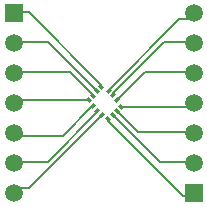
<source format=gtl>
G04 DipTrace 3.2.0.1*
G04 I2C_Breakout.gtl*
%MOIN*%
G04 #@! TF.FileFunction,Copper,L1,Top*
G04 #@! TF.Part,Single*
%AMOUTLINE0*
4,1,4,
-0.010092,0.003131,
-0.003131,0.010092,
0.010092,-0.003131,
0.003131,-0.010092,
-0.010092,0.003131,
0*%
%AMOUTLINE3*
4,1,4,
-0.003131,-0.010092,
-0.010092,-0.003131,
0.003131,0.010092,
0.010092,0.003131,
-0.003131,-0.010092,
0*%
G04 #@! TA.AperFunction,Conductor*
%ADD14C,0.006*%
G04 #@! TA.AperFunction,ComponentPad*
%ADD16R,0.059055X0.059055*%
%ADD17C,0.059055*%
%ADD30OUTLINE0*%
%ADD33OUTLINE3*%
%FSLAX26Y26*%
G04*
G70*
G90*
G75*
G01*
G04 Top*
%LPD*%
X785927Y846929D2*
D14*
Y855772D1*
X543701Y1097997D1*
X497997D1*
X493701Y1093701D1*
X772008Y833009D2*
X771189D1*
X606201Y997997D1*
X497997D1*
X493701Y993701D1*
X758088Y819089D2*
Y821110D1*
X681201Y897997D1*
X497997D1*
X493701Y893701D1*
X744168Y805171D2*
X505171D1*
X493701Y793701D1*
X758644Y782787D2*
X753491D1*
X656201Y685497D1*
X501904D1*
X493701Y693701D1*
X772564Y768869D2*
Y764361D1*
X606201Y597997D1*
X497997D1*
X493701Y593701D1*
X786483Y754949D2*
Y753280D1*
X543701Y510497D1*
X510497D1*
X493701Y493701D1*
X808866Y740472D2*
Y732832D1*
X1056201Y485497D1*
X1085497D1*
X1093701Y493701D1*
X822785Y754392D2*
X824806D1*
X981201Y597997D1*
X1089404D1*
X1093701Y593701D1*
X836705Y768312D2*
Y767493D1*
X906201Y697997D1*
X1089404D1*
X1093701Y693701D1*
X850625Y782231D2*
X1082231D1*
X1093701Y793701D1*
X837261Y805727D2*
X838930D1*
X931201Y897997D1*
X1089404D1*
X1093701Y893701D1*
X823343Y819647D2*
Y827639D1*
X993701Y997997D1*
X1089404D1*
X1093701Y993701D1*
X809423Y833566D2*
Y838719D1*
X1043701Y1072997D1*
X1072997D1*
X1093701Y1093701D1*
D16*
X493701D3*
D17*
Y993701D3*
Y893701D3*
Y793701D3*
Y693701D3*
Y593701D3*
Y493701D3*
D16*
X1093701D3*
D17*
Y593701D3*
Y693701D3*
Y793701D3*
Y893701D3*
Y993701D3*
Y1093701D3*
D30*
X850625Y782231D3*
X836705Y768312D3*
X822785Y754392D3*
X808866Y740472D3*
X785927Y846929D3*
X772008Y833009D3*
X758088Y819089D3*
X744168Y805171D3*
D33*
X809423Y833566D3*
X823343Y819647D3*
X837261Y805727D3*
X758644Y782787D3*
X772564Y768869D3*
X786483Y754949D3*
M02*

</source>
